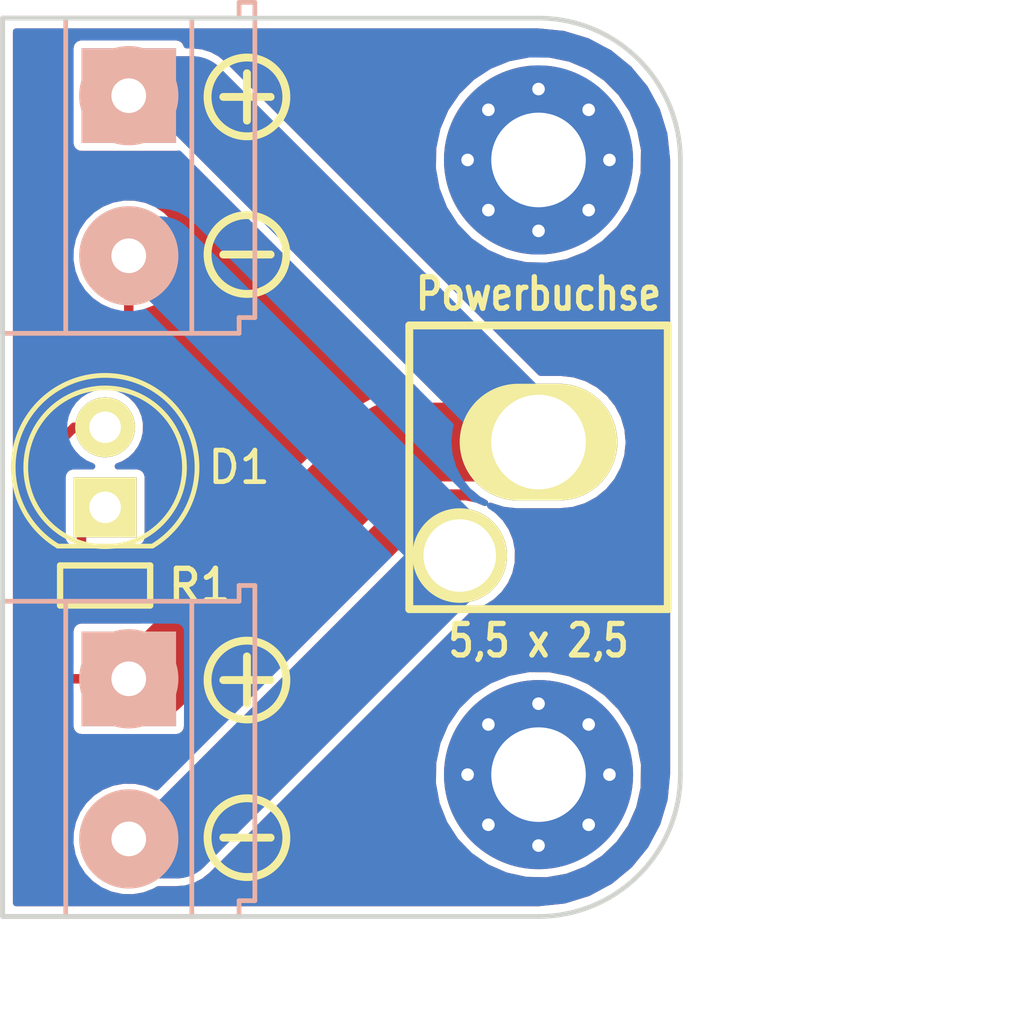
<source format=kicad_pcb>
(kicad_pcb (version 4) (host pcbnew 4.0.1-stable)

  (general
    (links 7)
    (no_connects 0)
    (area 128.875 89.245 167.018334 124.450001)
    (thickness 1.6)
    (drawings 21)
    (tracks 28)
    (zones 0)
    (modules 7)
    (nets 4)
  )

  (page A4)
  (layers
    (0 F.Cu signal)
    (31 B.Cu signal)
    (36 B.SilkS user)
    (37 F.SilkS user)
    (38 B.Mask user)
    (39 F.Mask user)
    (42 Eco1.User user)
    (43 Eco2.User user)
    (44 Edge.Cuts user)
  )

  (setup
    (last_trace_width 0.3)
    (trace_clearance 0.2)
    (zone_clearance 0.25)
    (zone_45_only no)
    (trace_min 0.2)
    (segment_width 0.25)
    (edge_width 0.15)
    (via_size 0.6)
    (via_drill 0.4)
    (via_min_size 0.4)
    (via_min_drill 0.3)
    (uvia_size 0.3)
    (uvia_drill 0.1)
    (uvias_allowed no)
    (uvia_min_size 0.2)
    (uvia_min_drill 0.1)
    (pcb_text_width 0.3)
    (pcb_text_size 1.5 1.5)
    (mod_edge_width 0.15)
    (mod_text_size 1 1)
    (mod_text_width 0.15)
    (pad_size 1.524 1.524)
    (pad_drill 0.762)
    (pad_to_mask_clearance 0)
    (aux_axis_origin 0 0)
    (grid_origin 148.5 105)
    (visible_elements 7FFEFFFF)
    (pcbplotparams
      (layerselection 0x00030_80000001)
      (usegerberextensions false)
      (excludeedgelayer true)
      (linewidth 0.100000)
      (plotframeref false)
      (viasonmask false)
      (mode 1)
      (useauxorigin false)
      (hpglpennumber 1)
      (hpglpenspeed 20)
      (hpglpendiameter 15)
      (hpglpenoverlay 2)
      (psnegative false)
      (psa4output false)
      (plotreference true)
      (plotvalue true)
      (plotinvisibletext false)
      (padsonsilk false)
      (subtractmaskfromsilk false)
      (outputformat 1)
      (mirror false)
      (drillshape 1)
      (scaleselection 1)
      (outputdirectory ""))
  )

  (net 0 "")
  (net 1 "Net-(P1-Pad2)")
  (net 2 "Net-(D1-Pad1)")
  (net 3 "Net-(D1-Pad2)")

  (net_class Default "Dies ist die voreingestellte Netzklasse."
    (clearance 0.2)
    (trace_width 0.3)
    (via_dia 0.6)
    (via_drill 0.4)
    (uvia_dia 0.3)
    (uvia_drill 0.1)
    (add_net "Net-(D1-Pad1)")
    (add_net "Net-(D1-Pad2)")
    (add_net "Net-(P1-Pad2)")
  )

  (module LEDs:LED-5MM (layer F.Cu) (tedit 57669948) (tstamp 5766948C)
    (at 134.75 106.27 90)
    (descr "LED 5mm round vertical")
    (tags "LED 5mm round vertical")
    (path /57669478)
    (fp_text reference D1 (at 1.27 4.25 180) (layer F.SilkS)
      (effects (font (size 1 1) (thickness 0.15)))
    )
    (fp_text value LED (at 1.524 -3.937 90) (layer F.Fab)
      (effects (font (size 1 1) (thickness 0.15)))
    )
    (fp_arc (start 1.27 0) (end -1.23 -1.5) (angle 297.5) (layer F.SilkS) (width 0.15))
    (fp_line (start -1.23 1.5) (end -1.23 -1.5) (layer F.SilkS) (width 0.15))
    (fp_circle (center 1.27 0) (end 0.97 -2.5) (layer F.SilkS) (width 0.15))
    (pad 1 thru_hole rect (at 0 0 180) (size 2 1.9) (drill 1) (layers *.Cu *.Mask F.SilkS)
      (net 2 "Net-(D1-Pad1)"))
    (pad 2 thru_hole circle (at 2.54 0 90) (size 1.9 1.9) (drill 1) (layers *.Cu *.Mask F.SilkS)
      (net 3 "Net-(D1-Pad2)"))
    (model LEDs.3dshapes/LED-5MM.wrl
      (at (xyz 0.05 0 0))
      (scale (xyz 1 1 1))
      (rotate (xyz 0 0 90))
    )
  )

  (module MyPads:M3x6mm_mit_Duko (layer F.Cu) (tedit 5766ADBE) (tstamp 57642210)
    (at 148.5 114.75)
    (fp_text reference M3 (at 0 0) (layer F.SilkS)
      (effects (font (size 1 1) (thickness 0.15)))
    )
    (fp_text value M3x6mm_mit_Duko (at -0.18 -4.88) (layer F.Fab)
      (effects (font (size 1 1) (thickness 0.15)))
    )
    (pad "" thru_hole circle (at 0 0) (size 6 6) (drill 3) (layers *.Cu *.Mask))
    (pad "" thru_hole circle (at -2.25 0) (size 0.4 0.4) (drill 0.4) (layers *.Cu *.Mask))
    (pad "" thru_hole circle (at 2.25 0) (size 0.4 0.4) (drill 0.4) (layers *.Cu *.Mask))
    (pad "" thru_hole circle (at 0 -2.25) (size 0.4 0.4) (drill 0.4) (layers *.Cu *.Mask))
    (pad "" thru_hole circle (at 0 2.25) (size 0.4 0.4) (drill 0.4) (layers *.Cu *.Mask))
    (pad "" thru_hole circle (at -1.5909 -1.5909) (size 0.4 0.4) (drill 0.4) (layers *.Cu *.Mask))
    (pad "" thru_hole circle (at 1.5909 -1.5909) (size 0.4 0.4) (drill 0.4) (layers *.Cu *.Mask))
    (pad "" thru_hole circle (at 1.5909 1.5909) (size 0.4 0.4) (drill 0.4) (layers *.Cu *.Mask))
    (pad "" thru_hole circle (at -1.5909 1.5909) (size 0.4 0.4) (drill 0.4) (layers *.Cu *.Mask))
  )

  (module MyEinbaubuchse:Powerbuchse_5,5x2,5 (layer F.Cu) (tedit 57642440) (tstamp 576419EB)
    (at 148.5 105)
    (path /57642727)
    (fp_text reference P1 (at -6.5 6) (layer F.SilkS) hide
      (effects (font (size 1 1) (thickness 0.15)))
    )
    (fp_text value Powerbuchse (at 0 5.5) (layer F.Fab)
      (effects (font (size 1 1) (thickness 0.15)))
    )
    (fp_line (start -4.1 -4.5) (end 4.1 -4.5) (layer F.SilkS) (width 0.25))
    (fp_line (start 4.1 -4.5) (end 4.1 4.5) (layer F.SilkS) (width 0.25))
    (fp_line (start 4.1 4.5) (end -4.1 4.5) (layer F.SilkS) (width 0.25))
    (fp_line (start -4.1 4.5) (end -4.1 -4.5) (layer F.SilkS) (width 0.25))
    (pad 1 thru_hole oval (at 0 -0.8) (size 5 3.7) (drill 3) (layers *.Cu *.Mask F.SilkS)
      (net 3 "Net-(D1-Pad2)"))
    (pad 2 thru_hole circle (at -2.5 2.8) (size 3 3) (drill 2.3) (layers *.Cu *.Mask F.SilkS)
      (net 1 "Net-(P1-Pad2)"))
  )

  (module MyPads:M3x6mm_mit_Duko (layer F.Cu) (tedit 5766ADC3) (tstamp 57641A0E)
    (at 148.5 95.25)
    (fp_text reference M3 (at 0 0) (layer F.SilkS)
      (effects (font (size 1 1) (thickness 0.15)))
    )
    (fp_text value M3x6mm_mit_Duko (at -0.18 -4.88) (layer F.Fab)
      (effects (font (size 1 1) (thickness 0.15)))
    )
    (pad "" thru_hole circle (at 0 0) (size 6 6) (drill 3) (layers *.Cu *.Mask))
    (pad "" thru_hole circle (at -2.25 0) (size 0.4 0.4) (drill 0.4) (layers *.Cu *.Mask))
    (pad "" thru_hole circle (at 2.25 0) (size 0.4 0.4) (drill 0.4) (layers *.Cu *.Mask))
    (pad "" thru_hole circle (at 0 -2.25) (size 0.4 0.4) (drill 0.4) (layers *.Cu *.Mask))
    (pad "" thru_hole circle (at 0 2.25) (size 0.4 0.4) (drill 0.4) (layers *.Cu *.Mask))
    (pad "" thru_hole circle (at -1.5909 -1.5909) (size 0.4 0.4) (drill 0.4) (layers *.Cu *.Mask))
    (pad "" thru_hole circle (at 1.5909 -1.5909) (size 0.4 0.4) (drill 0.4) (layers *.Cu *.Mask))
    (pad "" thru_hole circle (at 1.5909 1.5909) (size 0.4 0.4) (drill 0.4) (layers *.Cu *.Mask))
    (pad "" thru_hole circle (at -1.5909 1.5909) (size 0.4 0.4) (drill 0.4) (layers *.Cu *.Mask))
  )

  (module MyWiderstand_SMD:R_0603 (layer F.Cu) (tedit 5766AE88) (tstamp 57669492)
    (at 134.75 108.75)
    (descr "Resistor SMD 0603, reflow soldering, Vishay (see dcrcw.pdf)")
    (tags "resistor 0603")
    (path /57669433)
    (attr smd)
    (fp_text reference R1 (at 3 0) (layer F.SilkS)
      (effects (font (size 1 1) (thickness 0.17)))
    )
    (fp_text value 680 (at 2.921 0) (layer F.Fab)
      (effects (font (size 1 1) (thickness 0.17)))
    )
    (fp_line (start -1.42875 -0.635) (end 1.42875 -0.635) (layer F.SilkS) (width 0.2))
    (fp_line (start 1.42875 -0.635) (end 1.42875 0.635) (layer F.SilkS) (width 0.2))
    (fp_line (start 1.42875 0.635) (end -1.42875 0.635) (layer F.SilkS) (width 0.2))
    (fp_line (start -1.42875 0.635) (end -1.42875 -0.635) (layer F.SilkS) (width 0.2))
    (pad 1 smd rect (at -0.75 0) (size 0.9 0.9) (layers F.Cu F.Mask)
      (net 2 "Net-(D1-Pad1)"))
    (pad 2 smd rect (at 0.75 0) (size 0.9 0.9) (layers F.Cu F.Mask)
      (net 1 "Net-(P1-Pad2)"))
    (model Resistors_SMD.3dshapes/R_0603.wrl
      (at (xyz 0 0 0))
      (scale (xyz 1 1 1))
      (rotate (xyz 0 0 0))
    )
  )

  (module MyAKlemme:AKL_RM5_2pol (layer B.Cu) (tedit 5766AEE4) (tstamp 576694DF)
    (at 135.5 95.75 270)
    (path /57642769)
    (fp_text reference P2 (at 0 -5.5 360) (layer B.SilkS) hide
      (effects (font (size 1 1) (thickness 0.15)) (justify mirror))
    )
    (fp_text value Powerpad (at -2 5.5 270) (layer B.Fab)
      (effects (font (size 1 1) (thickness 0.15)) (justify mirror))
    )
    (fp_line (start 5 -3.5) (end 5 4) (layer B.SilkS) (width 0.15))
    (fp_line (start 4.5 -4) (end -5 -4) (layer B.SilkS) (width 0.15))
    (fp_line (start 4.5 -4) (end 4.5 -3.5) (layer B.SilkS) (width 0.15))
    (fp_line (start 4.5 -3.5) (end 5 -3.5) (layer B.SilkS) (width 0.15))
    (fp_line (start -5 -3.5) (end -5 4) (layer B.SilkS) (width 0.15))
    (fp_line (start -5 -4) (end -5.5 -4) (layer B.SilkS) (width 0.15))
    (fp_line (start -5.5 -4) (end -5.5 -3.5) (layer B.SilkS) (width 0.15))
    (fp_line (start -5.5 -3.5) (end -5 -3.5) (layer B.SilkS) (width 0.15))
    (fp_line (start -5 -2) (end 5 -2) (layer B.SilkS) (width 0.15))
    (fp_line (start -5 2) (end 5 2) (layer B.SilkS) (width 0.15))
    (fp_circle (center 2.54 0) (end 2.54 1.5) (layer B.SilkS) (width 0.15))
    (fp_circle (center -2.54 0) (end -2.54 1.5) (layer B.SilkS) (width 0.15))
    (fp_line (start -5 4) (end 5 4) (layer B.SilkS) (width 0.15))
    (pad 1 thru_hole rect (at -2.54 0 270) (size 3 3) (drill 1.1) (layers *.Cu *.Mask B.SilkS)
      (net 3 "Net-(D1-Pad2)"))
    (pad 2 thru_hole circle (at 2.54 0 270) (size 3 3) (drill 1.1) (layers *.Cu *.Mask B.SilkS)
      (net 1 "Net-(P1-Pad2)"))
  )

  (module MyAKlemme:AKL_RM5_2pol (layer B.Cu) (tedit 5766AED8) (tstamp 576694E5)
    (at 135.5 114.25 270)
    (path /5764287E)
    (fp_text reference P3 (at 0 -5.5 360) (layer B.SilkS) hide
      (effects (font (size 1 1) (thickness 0.15)) (justify mirror))
    )
    (fp_text value Powerpad (at -2 5.5 270) (layer B.Fab)
      (effects (font (size 1 1) (thickness 0.15)) (justify mirror))
    )
    (fp_line (start 5 -3.5) (end 5 4) (layer B.SilkS) (width 0.15))
    (fp_line (start 4.5 -4) (end -5 -4) (layer B.SilkS) (width 0.15))
    (fp_line (start 4.5 -4) (end 4.5 -3.5) (layer B.SilkS) (width 0.15))
    (fp_line (start 4.5 -3.5) (end 5 -3.5) (layer B.SilkS) (width 0.15))
    (fp_line (start -5 -3.5) (end -5 4) (layer B.SilkS) (width 0.15))
    (fp_line (start -5 -4) (end -5.5 -4) (layer B.SilkS) (width 0.15))
    (fp_line (start -5.5 -4) (end -5.5 -3.5) (layer B.SilkS) (width 0.15))
    (fp_line (start -5.5 -3.5) (end -5 -3.5) (layer B.SilkS) (width 0.15))
    (fp_line (start -5 -2) (end 5 -2) (layer B.SilkS) (width 0.15))
    (fp_line (start -5 2) (end 5 2) (layer B.SilkS) (width 0.15))
    (fp_circle (center 2.54 0) (end 2.54 1.5) (layer B.SilkS) (width 0.15))
    (fp_circle (center -2.54 0) (end -2.54 1.5) (layer B.SilkS) (width 0.15))
    (fp_line (start -5 4) (end 5 4) (layer B.SilkS) (width 0.15))
    (pad 1 thru_hole rect (at -2.54 0 270) (size 3 3) (drill 1.1) (layers *.Cu *.Mask B.SilkS)
      (net 3 "Net-(D1-Pad2)"))
    (pad 2 thru_hole circle (at 2.54 0 270) (size 3 3) (drill 1.1) (layers *.Cu *.Mask B.SilkS)
      (net 1 "Net-(P1-Pad2)"))
  )

  (dimension 21.5 (width 0.17) (layer Eco2.User)
    (gr_text "21,500 mm" (at 142.25 123.1) (layer Eco2.User)
      (effects (font (size 1 1) (thickness 0.17)))
    )
    (feature1 (pts (xy 153 119.25) (xy 153 124.45)))
    (feature2 (pts (xy 131.5 119.25) (xy 131.5 124.45)))
    (crossbar (pts (xy 131.5 121.75) (xy 153 121.75)))
    (arrow1a (pts (xy 153 121.75) (xy 151.873496 122.336421)))
    (arrow1b (pts (xy 153 121.75) (xy 151.873496 121.163579)))
    (arrow2a (pts (xy 131.5 121.75) (xy 132.626504 122.336421)))
    (arrow2b (pts (xy 131.5 121.75) (xy 132.626504 121.163579)))
  )
  (gr_line (start 139.25 111) (end 139.25 112.5) (angle 90) (layer F.SilkS) (width 0.25))
  (gr_line (start 138.5 111.75) (end 140 111.75) (angle 90) (layer F.SilkS) (width 0.25))
  (gr_line (start 138.5 116.75) (end 140 116.75) (angle 90) (layer F.SilkS) (width 0.25))
  (gr_circle (center 139.25 116.75) (end 138 116.75) (layer F.SilkS) (width 0.25))
  (gr_circle (center 139.25 111.75) (end 138 111.75) (layer F.SilkS) (width 0.25))
  (gr_circle (center 139.25 98.25) (end 139.25 97) (layer F.SilkS) (width 0.25))
  (gr_circle (center 139.25 93.25) (end 139.25 92) (layer F.SilkS) (width 0.25))
  (gr_line (start 138.5 98.25) (end 140 98.25) (angle 90) (layer F.SilkS) (width 0.25))
  (gr_line (start 138.5 93.25) (end 140 93.25) (angle 90) (layer F.SilkS) (width 0.25))
  (gr_line (start 139.25 92.5) (end 139.25 94) (angle 90) (layer F.SilkS) (width 0.25))
  (dimension 28.5 (width 0.17) (layer Eco2.User)
    (gr_text "28,500 mm" (at 162.6 105 270) (layer Eco2.User)
      (effects (font (size 1 1) (thickness 0.17)))
    )
    (feature1 (pts (xy 148.5 119.25) (xy 163.95 119.25)))
    (feature2 (pts (xy 148.5 90.75) (xy 163.95 90.75)))
    (crossbar (pts (xy 161.25 90.75) (xy 161.25 119.25)))
    (arrow1a (pts (xy 161.25 119.25) (xy 160.663579 118.123496)))
    (arrow1b (pts (xy 161.25 119.25) (xy 161.836421 118.123496)))
    (arrow2a (pts (xy 161.25 90.75) (xy 160.663579 91.876504)))
    (arrow2b (pts (xy 161.25 90.75) (xy 161.836421 91.876504)))
  )
  (dimension 19.5 (width 0.17) (layer Eco2.User)
    (gr_text "19,500 mm" (at 157.35 105 270) (layer Eco2.User)
      (effects (font (size 1 1) (thickness 0.17)))
    )
    (feature1 (pts (xy 148.5 114.75) (xy 158.7 114.75)))
    (feature2 (pts (xy 148.5 95.25) (xy 158.7 95.25)))
    (crossbar (pts (xy 156 95.25) (xy 156 114.75)))
    (arrow1a (pts (xy 156 114.75) (xy 155.413579 113.623496)))
    (arrow1b (pts (xy 156 114.75) (xy 156.586421 113.623496)))
    (arrow2a (pts (xy 156 95.25) (xy 155.413579 96.376504)))
    (arrow2b (pts (xy 156 95.25) (xy 156.586421 96.376504)))
  )
  (gr_line (start 131.5 90.75) (end 148.5 90.75) (angle 90) (layer Edge.Cuts) (width 0.15))
  (gr_line (start 131.5 119.25) (end 131.5 90.75) (angle 90) (layer Edge.Cuts) (width 0.15))
  (gr_line (start 148.5 119.25) (end 131.5 119.25) (angle 90) (layer Edge.Cuts) (width 0.15))
  (gr_line (start 153 95.25) (end 153 114.75) (angle 90) (layer Edge.Cuts) (width 0.15))
  (gr_arc (start 148.5 95.25) (end 148.5 90.75) (angle 90) (layer Edge.Cuts) (width 0.15))
  (gr_arc (start 148.5 114.75) (end 153 114.75) (angle 90) (layer Edge.Cuts) (width 0.15))
  (gr_text "5,5 x 2,5" (at 148.5 110.5) (layer F.SilkS)
    (effects (font (size 1 0.8) (thickness 0.17)))
  )
  (gr_text Powerbuchse (at 148.5 99.5) (layer F.SilkS)
    (effects (font (size 1 0.8) (thickness 0.17)))
  )

  (segment (start 135.5 108.75) (end 136 108.75) (width 0.3) (layer F.Cu) (net 1))
  (segment (start 136 108.75) (end 137 107.75) (width 0.3) (layer F.Cu) (net 1) (tstamp 5766ADAC))
  (segment (start 137 107.75) (end 137 102.25) (width 0.3) (layer F.Cu) (net 1) (tstamp 5766ADAD))
  (segment (start 137 102.25) (end 135.5 100.75) (width 0.3) (layer F.Cu) (net 1) (tstamp 5766ADAE))
  (segment (start 135.5 100.75) (end 135.5 98.29) (width 0.3) (layer F.Cu) (net 1) (tstamp 5766ADB1))
  (segment (start 135.5 116.79) (end 137.01 116.79) (width 2.5) (layer B.Cu) (net 1))
  (segment (start 137.01 116.79) (end 146 107.8) (width 2.5) (layer B.Cu) (net 1) (tstamp 5766AD82))
  (segment (start 135.5 116.79) (end 137.01 116.79) (width 2.5) (layer F.Cu) (net 1))
  (segment (start 137.01 116.79) (end 146 107.8) (width 2.5) (layer F.Cu) (net 1) (tstamp 5766AD20))
  (segment (start 135.5 98.29) (end 136.49 98.29) (width 2.5) (layer B.Cu) (net 1))
  (segment (start 136.49 98.29) (end 146 107.8) (width 2.5) (layer B.Cu) (net 1) (tstamp 5766AD3E))
  (segment (start 145.74 107.54) (end 146 107.8) (width 2.5) (layer B.Cu) (net 1) (tstamp 5764230B))
  (segment (start 146 107.8) (end 146 108) (width 2.5) (layer F.Cu) (net 1))
  (segment (start 145.74 107.54) (end 146 107.8) (width 2.5) (layer F.Cu) (net 1) (tstamp 576422E2))
  (segment (start 134 108.75) (end 134 107.02) (width 0.3) (layer F.Cu) (net 2))
  (segment (start 134 107.02) (end 134.75 106.27) (width 0.3) (layer F.Cu) (net 2) (tstamp 5766AD92))
  (segment (start 134.75 103.73) (end 133.77 103.73) (width 0.3) (layer F.Cu) (net 3))
  (segment (start 133.77 103.73) (end 132.75 104.75) (width 0.3) (layer F.Cu) (net 3) (tstamp 5766AD97))
  (segment (start 132.75 104.75) (end 132.75 111) (width 0.3) (layer F.Cu) (net 3) (tstamp 5766AD9A))
  (segment (start 132.75 111) (end 133.46 111.71) (width 0.3) (layer F.Cu) (net 3) (tstamp 5766AD9C))
  (segment (start 133.46 111.71) (end 135.5 111.71) (width 0.3) (layer F.Cu) (net 3) (tstamp 5766AD9D))
  (segment (start 135.5 93.21) (end 137.51 93.21) (width 2.5) (layer F.Cu) (net 3))
  (segment (start 137.51 93.21) (end 148.5 104.2) (width 2.5) (layer F.Cu) (net 3) (tstamp 5766AD7E))
  (segment (start 135.5 93.21) (end 137.51 93.21) (width 2.5) (layer B.Cu) (net 3))
  (segment (start 137.51 93.21) (end 148.5 104.2) (width 2.5) (layer B.Cu) (net 3) (tstamp 5766AD6E))
  (segment (start 135.5 111.71) (end 136.29 111.71) (width 2.5) (layer F.Cu) (net 3))
  (segment (start 136.29 111.71) (end 143.8 104.2) (width 2.5) (layer F.Cu) (net 3) (tstamp 5766AD25))
  (segment (start 143.8 104.2) (end 148.5 104.2) (width 2.5) (layer F.Cu) (net 3) (tstamp 5766AD26))

  (zone (net 0) (net_name "") (layer F.Cu) (tstamp 5766AE30) (hatch edge 0.508)
    (connect_pads no (clearance 0.25))
    (min_thickness 0.2)
    (fill yes (arc_segments 32) (thermal_gap 0.508) (thermal_bridge_width 0.508))
    (polygon
      (pts
        (xy 150.25 91.25) (xy 152 92.25) (xy 152.75 93.75) (xy 153 95.75) (xy 153 114.75)
        (xy 152.75 116) (xy 152 117.5) (xy 150.75 118.5) (xy 149.75 119) (xy 148.5 119.25)
        (xy 131.5 119.25) (xy 131.5 90.75) (xy 148.5 90.75) (xy 150.25 91.25)
      )
    )
    (filled_polygon
      (pts
        (xy 149.291109 91.254607) (xy 150.052086 91.484359) (xy 150.753943 91.857543) (xy 151.36995 92.359947) (xy 151.876637 92.972427)
        (xy 152.254714 93.671666) (xy 152.489773 94.431015) (xy 152.574968 95.241604) (xy 152.575 95.250631) (xy 152.575 114.72921)
        (xy 152.495392 115.54111) (xy 152.265641 116.302085) (xy 151.892457 117.003943) (xy 151.390054 117.619949) (xy 150.777573 118.126637)
        (xy 150.078334 118.504714) (xy 149.318985 118.739773) (xy 148.508396 118.824968) (xy 148.499369 118.825) (xy 131.925 118.825)
        (xy 131.925 104.75) (xy 132.25 104.75) (xy 132.25 111) (xy 132.254505 111.045944) (xy 132.258532 111.091976)
        (xy 132.259265 111.094501) (xy 132.259522 111.097117) (xy 132.272869 111.141323) (xy 132.285757 111.185684) (xy 132.286967 111.188019)
        (xy 132.287727 111.190535) (xy 132.309394 111.231285) (xy 132.330664 111.27232) (xy 132.332306 111.274376) (xy 132.333539 111.276696)
        (xy 132.362728 111.312485) (xy 132.391545 111.348582) (xy 132.395152 111.35224) (xy 132.395215 111.352317) (xy 132.395286 111.352376)
        (xy 132.396447 111.353553) (xy 133.106447 112.063554) (xy 133.142148 112.09288) (xy 133.177516 112.122557) (xy 133.179819 112.123823)
        (xy 133.181852 112.125493) (xy 133.22256 112.14732) (xy 133.263029 112.169568) (xy 133.265536 112.170363) (xy 133.267852 112.171605)
        (xy 133.312015 112.185107) (xy 133.356044 112.199074) (xy 133.358655 112.199367) (xy 133.361171 112.200136) (xy 133.407147 112.204806)
        (xy 133.453019 112.209951) (xy 133.458157 112.209987) (xy 133.458255 112.209997) (xy 133.458346 112.209988) (xy 133.46 112.21)
        (xy 133.648307 112.21) (xy 133.648307 113.21) (xy 133.652752 113.265736) (xy 133.682027 113.360271) (xy 133.73648 113.442906)
        (xy 133.8118 113.5071) (xy 133.902021 113.547769) (xy 134 113.561693) (xy 137 113.561693) (xy 137.055736 113.557248)
        (xy 137.150271 113.527973) (xy 137.232906 113.47352) (xy 137.2971 113.3982) (xy 137.337769 113.307979) (xy 137.351693 113.21)
        (xy 137.351693 112.899982) (xy 137.405464 112.857057) (xy 137.417175 112.845509) (xy 137.417415 112.845313) (xy 137.417599 112.845091)
        (xy 137.421371 112.841371) (xy 144.462742 105.8) (xy 146.336758 105.8) (xy 146.593283 106.01525) (xy 146.803894 106.131034)
        (xy 146.549707 106.024184) (xy 146.194313 105.951233) (xy 145.831518 105.9487) (xy 145.831386 105.948725) (xy 145.745585 105.94001)
        (xy 145.434706 105.969396) (xy 145.135455 106.058607) (xy 144.859231 106.204243) (xy 144.616555 106.400758) (xy 144.416671 106.640666)
        (xy 144.267192 106.914831) (xy 144.173812 107.212806) (xy 144.155453 107.381805) (xy 136.382979 115.154279) (xy 136.049707 115.014184)
        (xy 135.694313 114.941233) (xy 135.331518 114.9387) (xy 134.975141 115.006682) (xy 134.638755 115.142591) (xy 134.335174 115.341249)
        (xy 134.075961 115.595089) (xy 133.870989 115.894444) (xy 133.728065 116.227909) (xy 133.652634 116.582785) (xy 133.647569 116.945553)
        (xy 133.713062 117.302396) (xy 133.846619 117.639723) (xy 134.043152 117.944683) (xy 134.295177 118.205662) (xy 134.593093 118.412719)
        (xy 134.925553 118.557967) (xy 135.279893 118.635874) (xy 135.642617 118.643472) (xy 135.999909 118.580472) (xy 136.338159 118.449273)
        (xy 136.431558 118.39) (xy 137.01 118.39) (xy 137.157066 118.37558) (xy 137.304323 118.362697) (xy 137.312406 118.360349)
        (xy 137.320775 118.359528) (xy 137.462204 118.316828) (xy 137.604189 118.275578) (xy 137.61166 118.271705) (xy 137.619713 118.269274)
        (xy 137.750195 118.199895) (xy 137.881422 118.131873) (xy 137.887998 118.126624) (xy 137.895426 118.122674) (xy 138.00996 118.029263)
        (xy 138.125464 117.937057) (xy 138.137175 117.925509) (xy 138.137415 117.925313) (xy 138.137599 117.925091) (xy 138.141371 117.921371)
        (xy 141.031065 115.031677) (xy 145.145597 115.031677) (xy 145.264192 115.677853) (xy 145.506039 116.288687) (xy 145.861924 116.840913)
        (xy 146.318293 117.313497) (xy 146.857762 117.688438) (xy 147.459784 117.951455) (xy 148.101427 118.092529) (xy 148.758252 118.106288)
        (xy 149.40524 117.992207) (xy 150.017748 117.75463) (xy 150.572445 117.402609) (xy 151.048204 116.94955) (xy 151.426902 116.412712)
        (xy 151.694115 115.812541) (xy 151.839665 115.171898) (xy 151.850143 114.421516) (xy 151.722538 113.777059) (xy 151.472186 113.169661)
        (xy 151.108625 112.622457) (xy 150.645702 112.156291) (xy 150.10105 111.788919) (xy 149.495415 111.534333) (xy 148.851865 111.402231)
        (xy 148.194912 111.397645) (xy 147.54958 111.520749) (xy 146.940449 111.766854) (xy 146.390721 112.126586) (xy 145.921334 112.586243)
        (xy 145.550169 113.128316) (xy 145.291361 113.73216) (xy 145.154769 114.374772) (xy 145.145597 115.031677) (xy 141.031065 115.031677)
        (xy 146.466353 109.596389) (xy 146.499909 109.590472) (xy 146.838159 109.459273) (xy 147.144485 109.264873) (xy 147.407217 109.014677)
        (xy 147.616348 108.718214) (xy 147.763914 108.386776) (xy 147.844293 108.032988) (xy 147.850079 107.618598) (xy 147.77961 107.262704)
        (xy 147.641356 106.927275) (xy 147.440584 106.625088) (xy 147.18494 106.367654) (xy 146.967414 106.22093) (xy 146.969538 106.222098)
        (xy 147.378804 106.351925) (xy 147.805493 106.399786) (xy 147.83621 106.4) (xy 149.16379 106.4) (xy 149.591106 106.358101)
        (xy 150.002145 106.234001) (xy 150.381251 106.032427) (xy 150.713985 105.761056) (xy 150.987673 105.430224) (xy 151.191889 105.052534)
        (xy 151.318856 104.642371) (xy 151.363736 104.215359) (xy 151.324822 103.787761) (xy 151.203594 103.375865) (xy 151.004671 102.995361)
        (xy 150.73563 102.660741) (xy 150.406717 102.38475) (xy 150.030462 102.177902) (xy 149.621196 102.048075) (xy 149.194507 102.000214)
        (xy 149.16379 102) (xy 148.562742 102) (xy 142.094419 95.531677) (xy 145.145597 95.531677) (xy 145.264192 96.177853)
        (xy 145.506039 96.788687) (xy 145.861924 97.340913) (xy 146.318293 97.813497) (xy 146.857762 98.188438) (xy 147.459784 98.451455)
        (xy 148.101427 98.592529) (xy 148.758252 98.606288) (xy 149.40524 98.492207) (xy 150.017748 98.25463) (xy 150.572445 97.902609)
        (xy 151.048204 97.44955) (xy 151.426902 96.912712) (xy 151.694115 96.312541) (xy 151.839665 95.671898) (xy 151.850143 94.921516)
        (xy 151.722538 94.277059) (xy 151.472186 93.669661) (xy 151.108625 93.122457) (xy 150.645702 92.656291) (xy 150.10105 92.288919)
        (xy 149.495415 92.034333) (xy 148.851865 91.902231) (xy 148.194912 91.897645) (xy 147.54958 92.020749) (xy 146.940449 92.266854)
        (xy 146.390721 92.626586) (xy 145.921334 93.086243) (xy 145.550169 93.628316) (xy 145.291361 94.23216) (xy 145.154769 94.874772)
        (xy 145.145597 95.531677) (xy 142.094419 95.531677) (xy 138.641371 92.078629) (xy 138.527151 91.984808) (xy 138.413947 91.889818)
        (xy 138.406573 91.885764) (xy 138.400073 91.880425) (xy 138.26984 91.810594) (xy 138.140307 91.739383) (xy 138.132287 91.736839)
        (xy 138.124872 91.732863) (xy 137.98352 91.689647) (xy 137.842659 91.644964) (xy 137.834299 91.644026) (xy 137.826252 91.641566)
        (xy 137.679207 91.62663) (xy 137.532339 91.610156) (xy 137.515892 91.610041) (xy 137.515585 91.61001) (xy 137.515299 91.610037)
        (xy 137.51 91.61) (xy 137.333541 91.61) (xy 137.317973 91.559729) (xy 137.26352 91.477094) (xy 137.1882 91.4129)
        (xy 137.097979 91.372231) (xy 137 91.358307) (xy 134 91.358307) (xy 133.944264 91.362752) (xy 133.849729 91.392027)
        (xy 133.767094 91.44648) (xy 133.7029 91.5218) (xy 133.662231 91.612021) (xy 133.648307 91.71) (xy 133.648307 94.71)
        (xy 133.652752 94.765736) (xy 133.682027 94.860271) (xy 133.73648 94.942906) (xy 133.8118 95.0071) (xy 133.902021 95.047769)
        (xy 134 95.061693) (xy 137 95.061693) (xy 137.055736 95.057248) (xy 137.085339 95.048081) (xy 144.637258 102.6)
        (xy 143.8 102.6) (xy 143.65293 102.61442) (xy 143.505678 102.627303) (xy 143.497595 102.629651) (xy 143.489225 102.630472)
        (xy 143.347784 102.673175) (xy 143.205811 102.714422) (xy 143.19834 102.718295) (xy 143.190287 102.720726) (xy 143.059805 102.790105)
        (xy 142.928578 102.858127) (xy 142.922002 102.863376) (xy 142.914574 102.867326) (xy 142.80004 102.960737) (xy 142.684536 103.052943)
        (xy 142.672825 103.064491) (xy 142.672585 103.064687) (xy 142.672401 103.064909) (xy 142.668629 103.068629) (xy 135.878951 109.858307)
        (xy 134 109.858307) (xy 133.944264 109.862752) (xy 133.849729 109.892027) (xy 133.767094 109.94648) (xy 133.7029 110.0218)
        (xy 133.662231 110.112021) (xy 133.648307 110.21) (xy 133.648307 111.1912) (xy 133.25 110.792894) (xy 133.25 109.377546)
        (xy 133.28648 109.432906) (xy 133.3618 109.4971) (xy 133.452021 109.537769) (xy 133.55 109.551693) (xy 134.45 109.551693)
        (xy 134.505736 109.547248) (xy 134.600271 109.517973) (xy 134.682906 109.46352) (xy 134.7471 109.3882) (xy 134.75113 109.37926)
        (xy 134.78648 109.432906) (xy 134.8618 109.4971) (xy 134.952021 109.537769) (xy 135.05 109.551693) (xy 135.95 109.551693)
        (xy 136.005736 109.547248) (xy 136.100271 109.517973) (xy 136.182906 109.46352) (xy 136.2471 109.3882) (xy 136.287769 109.297979)
        (xy 136.301693 109.2) (xy 136.301693 109.146074) (xy 136.312485 109.137272) (xy 136.348582 109.108455) (xy 136.35224 109.104848)
        (xy 136.352317 109.104785) (xy 136.352376 109.104714) (xy 136.353553 109.103553) (xy 137.353554 108.103553) (xy 137.38288 108.067852)
        (xy 137.412557 108.032484) (xy 137.413823 108.030181) (xy 137.415493 108.028148) (xy 137.43731 107.987459) (xy 137.459568 107.946971)
        (xy 137.460364 107.944461) (xy 137.461605 107.942147) (xy 137.475099 107.898011) (xy 137.489074 107.853956) (xy 137.489367 107.851343)
        (xy 137.490136 107.848828) (xy 137.494805 107.802858) (xy 137.499951 107.756981) (xy 137.499987 107.751843) (xy 137.499997 107.751745)
        (xy 137.499988 107.751654) (xy 137.5 107.75) (xy 137.5 102.25) (xy 137.495491 102.204011) (xy 137.491468 102.158024)
        (xy 137.490735 102.155499) (xy 137.490478 102.152883) (xy 137.477131 102.108677) (xy 137.464243 102.064316) (xy 137.463033 102.061981)
        (xy 137.462273 102.059465) (xy 137.440585 102.018675) (xy 137.419335 101.97768) (xy 137.417696 101.975627) (xy 137.416461 101.973304)
        (xy 137.38727 101.937512) (xy 137.358455 101.901417) (xy 137.354843 101.897754) (xy 137.354785 101.897683) (xy 137.354719 101.897628)
        (xy 137.353553 101.896446) (xy 136 100.542894) (xy 136 100.080437) (xy 136.338159 99.949273) (xy 136.644485 99.754873)
        (xy 136.907217 99.504677) (xy 137.116348 99.208214) (xy 137.263914 98.876776) (xy 137.344293 98.522988) (xy 137.350079 98.108598)
        (xy 137.27961 97.752704) (xy 137.141356 97.417275) (xy 136.940584 97.115088) (xy 136.68494 96.857654) (xy 136.384162 96.654776)
        (xy 136.049707 96.514184) (xy 135.694313 96.441233) (xy 135.331518 96.4387) (xy 134.975141 96.506682) (xy 134.638755 96.642591)
        (xy 134.335174 96.841249) (xy 134.075961 97.095089) (xy 133.870989 97.394444) (xy 133.728065 97.727909) (xy 133.652634 98.082785)
        (xy 133.647569 98.445553) (xy 133.713062 98.802396) (xy 133.846619 99.139723) (xy 134.043152 99.444683) (xy 134.295177 99.705662)
        (xy 134.593093 99.912719) (xy 134.925553 100.057967) (xy 135 100.074335) (xy 135 100.75) (xy 135.004505 100.795944)
        (xy 135.008532 100.841976) (xy 135.009265 100.844501) (xy 135.009522 100.847117) (xy 135.022869 100.891323) (xy 135.035757 100.935684)
        (xy 135.036967 100.938019) (xy 135.037727 100.940535) (xy 135.059394 100.981285) (xy 135.080664 101.02232) (xy 135.082306 101.024376)
        (xy 135.083539 101.026696) (xy 135.112728 101.062485) (xy 135.141545 101.098582) (xy 135.145152 101.10224) (xy 135.145215 101.102317)
        (xy 135.145286 101.102376) (xy 135.146447 101.103553) (xy 136.5 102.457107) (xy 136.5 107.542893) (xy 136.070507 107.972386)
        (xy 136.047979 107.962231) (xy 135.95 107.948307) (xy 135.05 107.948307) (xy 134.994264 107.952752) (xy 134.899729 107.982027)
        (xy 134.817094 108.03648) (xy 134.7529 108.1118) (xy 134.74887 108.12074) (xy 134.71352 108.067094) (xy 134.6382 108.0029)
        (xy 134.547979 107.962231) (xy 134.5 107.955413) (xy 134.5 107.571693) (xy 135.75 107.571693) (xy 135.805736 107.567248)
        (xy 135.900271 107.537973) (xy 135.982906 107.48352) (xy 136.0471 107.4082) (xy 136.087769 107.317979) (xy 136.101693 107.22)
        (xy 136.101693 105.32) (xy 136.097248 105.264264) (xy 136.067973 105.169729) (xy 136.01352 105.087094) (xy 135.9382 105.0229)
        (xy 135.847979 104.982231) (xy 135.75 104.968307) (xy 135.152497 104.968307) (xy 135.338977 104.895976) (xy 135.554232 104.759371)
        (xy 135.738855 104.583557) (xy 135.885813 104.375231) (xy 135.989507 104.142329) (xy 136.04599 103.893722) (xy 136.050056 103.602528)
        (xy 136.000537 103.352441) (xy 135.903386 103.116734) (xy 135.762302 102.904386) (xy 135.582661 102.723486) (xy 135.371303 102.580924)
        (xy 135.13628 102.482129) (xy 134.886544 102.430866) (xy 134.631608 102.429086) (xy 134.38118 102.476858) (xy 134.144801 102.572361)
        (xy 133.931474 102.711959) (xy 133.749324 102.890333) (xy 133.605289 103.10069) (xy 133.520325 103.298926) (xy 133.497681 103.310664)
        (xy 133.495626 103.312304) (xy 133.493304 103.313539) (xy 133.457494 103.342746) (xy 133.421418 103.371545) (xy 133.417756 103.375156)
        (xy 133.417683 103.375215) (xy 133.417627 103.375282) (xy 133.416447 103.376446) (xy 132.396447 104.396447) (xy 132.367168 104.432092)
        (xy 132.337443 104.467516) (xy 132.336175 104.469823) (xy 132.334508 104.471852) (xy 132.312701 104.512521) (xy 132.290432 104.553029)
        (xy 132.289637 104.555536) (xy 132.288395 104.557852) (xy 132.274893 104.602015) (xy 132.260926 104.646044) (xy 132.260633 104.648655)
        (xy 132.259864 104.651171) (xy 132.255194 104.697147) (xy 132.250049 104.743019) (xy 132.250013 104.748157) (xy 132.250003 104.748255)
        (xy 132.250012 104.748346) (xy 132.25 104.75) (xy 131.925 104.75) (xy 131.925 91.175) (xy 148.47921 91.175)
      )
    )
    (filled_polygon
      (pts
        (xy 133.726269 104.541399) (xy 133.903367 104.72479) (xy 134.112714 104.870289) (xy 134.337066 104.968307) (xy 133.75 104.968307)
        (xy 133.694264 104.972752) (xy 133.599729 105.002027) (xy 133.517094 105.05648) (xy 133.4529 105.1318) (xy 133.412231 105.222021)
        (xy 133.398307 105.32) (xy 133.398307 107.22) (xy 133.402752 107.275736) (xy 133.432027 107.370271) (xy 133.48648 107.452906)
        (xy 133.5 107.464429) (xy 133.5 107.952295) (xy 133.494264 107.952752) (xy 133.399729 107.982027) (xy 133.317094 108.03648)
        (xy 133.2529 108.1118) (xy 133.25 108.118233) (xy 133.25 104.957106) (xy 133.702535 104.504571)
      )
    )
  )
  (zone (net 0) (net_name "") (layer B.Cu) (tstamp 5766AEB2) (hatch edge 0.508)
    (connect_pads no (clearance 0.25))
    (min_thickness 0.2)
    (fill yes (arc_segments 32) (thermal_gap 0.508) (thermal_bridge_width 0.508))
    (polygon
      (pts
        (xy 150.25 91.25) (xy 151.75 92.25) (xy 153 94.5) (xy 153 114.75) (xy 152.5 117)
        (xy 150.75 118.75) (xy 148.5 119.25) (xy 131.5 119.25) (xy 131.5 90.75) (xy 148.5 90.75)
        (xy 150.25 91.25)
      )
    )
    (filled_polygon
      (pts
        (xy 149.291109 91.254607) (xy 150.052086 91.484359) (xy 150.753943 91.857543) (xy 151.36995 92.359947) (xy 151.876637 92.972427)
        (xy 152.254714 93.671666) (xy 152.489773 94.431015) (xy 152.574968 95.241604) (xy 152.575 95.250631) (xy 152.575 114.72921)
        (xy 152.495392 115.54111) (xy 152.265641 116.302085) (xy 151.892457 117.003943) (xy 151.390054 117.619949) (xy 150.777573 118.126637)
        (xy 150.078334 118.504714) (xy 149.318985 118.739773) (xy 148.508396 118.824968) (xy 148.499369 118.825) (xy 131.925 118.825)
        (xy 131.925 110.21) (xy 133.648307 110.21) (xy 133.648307 113.21) (xy 133.652752 113.265736) (xy 133.682027 113.360271)
        (xy 133.73648 113.442906) (xy 133.8118 113.5071) (xy 133.902021 113.547769) (xy 134 113.561693) (xy 137 113.561693)
        (xy 137.055736 113.557248) (xy 137.150271 113.527973) (xy 137.232906 113.47352) (xy 137.2971 113.3982) (xy 137.337769 113.307979)
        (xy 137.351693 113.21) (xy 137.351693 110.21) (xy 137.347248 110.154264) (xy 137.317973 110.059729) (xy 137.26352 109.977094)
        (xy 137.1882 109.9129) (xy 137.097979 109.872231) (xy 137 109.858307) (xy 134 109.858307) (xy 133.944264 109.862752)
        (xy 133.849729 109.892027) (xy 133.767094 109.94648) (xy 133.7029 110.0218) (xy 133.662231 110.112021) (xy 133.648307 110.21)
        (xy 131.925 110.21) (xy 131.925 105.32) (xy 133.398307 105.32) (xy 133.398307 107.22) (xy 133.402752 107.275736)
        (xy 133.432027 107.370271) (xy 133.48648 107.452906) (xy 133.5618 107.5171) (xy 133.652021 107.557769) (xy 133.75 107.571693)
        (xy 135.75 107.571693) (xy 135.805736 107.567248) (xy 135.900271 107.537973) (xy 135.982906 107.48352) (xy 136.0471 107.4082)
        (xy 136.087769 107.317979) (xy 136.101693 107.22) (xy 136.101693 105.32) (xy 136.097248 105.264264) (xy 136.067973 105.169729)
        (xy 136.01352 105.087094) (xy 135.9382 105.0229) (xy 135.847979 104.982231) (xy 135.75 104.968307) (xy 135.152497 104.968307)
        (xy 135.338977 104.895976) (xy 135.554232 104.759371) (xy 135.738855 104.583557) (xy 135.885813 104.375231) (xy 135.989507 104.142329)
        (xy 136.04599 103.893722) (xy 136.050056 103.602528) (xy 136.000537 103.352441) (xy 135.903386 103.116734) (xy 135.762302 102.904386)
        (xy 135.582661 102.723486) (xy 135.371303 102.580924) (xy 135.13628 102.482129) (xy 134.886544 102.430866) (xy 134.631608 102.429086)
        (xy 134.38118 102.476858) (xy 134.144801 102.572361) (xy 133.931474 102.711959) (xy 133.749324 102.890333) (xy 133.605289 103.10069)
        (xy 133.504857 103.335017) (xy 133.451851 103.584389) (xy 133.448291 103.839308) (xy 133.494313 104.090062) (xy 133.588164 104.327102)
        (xy 133.726269 104.541399) (xy 133.903367 104.72479) (xy 134.112714 104.870289) (xy 134.337066 104.968307) (xy 133.75 104.968307)
        (xy 133.694264 104.972752) (xy 133.599729 105.002027) (xy 133.517094 105.05648) (xy 133.4529 105.1318) (xy 133.412231 105.222021)
        (xy 133.398307 105.32) (xy 131.925 105.32) (xy 131.925 98.445553) (xy 133.647569 98.445553) (xy 133.713062 98.802396)
        (xy 133.846619 99.139723) (xy 134.043152 99.444683) (xy 134.295177 99.705662) (xy 134.593093 99.912719) (xy 134.925553 100.057967)
        (xy 135.279893 100.135874) (xy 135.642617 100.143472) (xy 135.999909 100.080472) (xy 136.012749 100.075491) (xy 143.737258 107.8)
        (xy 136.382979 115.154279) (xy 136.049707 115.014184) (xy 135.694313 114.941233) (xy 135.331518 114.9387) (xy 134.975141 115.006682)
        (xy 134.638755 115.142591) (xy 134.335174 115.341249) (xy 134.075961 115.595089) (xy 133.870989 115.894444) (xy 133.728065 116.227909)
        (xy 133.652634 116.582785) (xy 133.647569 116.945553) (xy 133.713062 117.302396) (xy 133.846619 117.639723) (xy 134.043152 117.944683)
        (xy 134.295177 118.205662) (xy 134.593093 118.412719) (xy 134.925553 118.557967) (xy 135.279893 118.635874) (xy 135.642617 118.643472)
        (xy 135.999909 118.580472) (xy 136.338159 118.449273) (xy 136.431558 118.39) (xy 137.01 118.39) (xy 137.157066 118.37558)
        (xy 137.304323 118.362697) (xy 137.312406 118.360349) (xy 137.320775 118.359528) (xy 137.462204 118.316828) (xy 137.604189 118.275578)
        (xy 137.61166 118.271705) (xy 137.619713 118.269274) (xy 137.750195 118.199895) (xy 137.881422 118.131873) (xy 137.887998 118.126624)
        (xy 137.895426 118.122674) (xy 138.00996 118.029263) (xy 138.125464 117.937057) (xy 138.137175 117.925509) (xy 138.137415 117.925313)
        (xy 138.137599 117.925091) (xy 138.141371 117.921371) (xy 141.031065 115.031677) (xy 145.145597 115.031677) (xy 145.264192 115.677853)
        (xy 145.506039 116.288687) (xy 145.861924 116.840913) (xy 146.318293 117.313497) (xy 146.857762 117.688438) (xy 147.459784 117.951455)
        (xy 148.101427 118.092529) (xy 148.758252 118.106288) (xy 149.40524 117.992207) (xy 150.017748 117.75463) (xy 150.572445 117.402609)
        (xy 151.048204 116.94955) (xy 151.426902 116.412712) (xy 151.694115 115.812541) (xy 151.839665 115.171898) (xy 151.850143 114.421516)
        (xy 151.722538 113.777059) (xy 151.472186 113.169661) (xy 151.108625 112.622457) (xy 150.645702 112.156291) (xy 150.10105 111.788919)
        (xy 149.495415 111.534333) (xy 148.851865 111.402231) (xy 148.194912 111.397645) (xy 147.54958 111.520749) (xy 146.940449 111.766854)
        (xy 146.390721 112.126586) (xy 145.921334 112.586243) (xy 145.550169 113.128316) (xy 145.291361 113.73216) (xy 145.154769 114.374772)
        (xy 145.145597 115.031677) (xy 141.031065 115.031677) (xy 146.466353 109.596389) (xy 146.499909 109.590472) (xy 146.838159 109.459273)
        (xy 147.144485 109.264873) (xy 147.407217 109.014677) (xy 147.616348 108.718214) (xy 147.763914 108.386776) (xy 147.844293 108.032988)
        (xy 147.850079 107.618598) (xy 147.77961 107.262704) (xy 147.641356 106.927275) (xy 147.440584 106.625088) (xy 147.18494 106.367654)
        (xy 146.967414 106.22093) (xy 146.969538 106.222098) (xy 147.378804 106.351925) (xy 147.805493 106.399786) (xy 147.83621 106.4)
        (xy 149.16379 106.4) (xy 149.591106 106.358101) (xy 150.002145 106.234001) (xy 150.381251 106.032427) (xy 150.713985 105.761056)
        (xy 150.987673 105.430224) (xy 151.191889 105.052534) (xy 151.318856 104.642371) (xy 151.363736 104.215359) (xy 151.324822 103.787761)
        (xy 151.203594 103.375865) (xy 151.004671 102.995361) (xy 150.73563 102.660741) (xy 150.406717 102.38475) (xy 150.030462 102.177902)
        (xy 149.621196 102.048075) (xy 149.194507 102.000214) (xy 149.16379 102) (xy 148.562742 102) (xy 142.094419 95.531677)
        (xy 145.145597 95.531677) (xy 145.264192 96.177853) (xy 145.506039 96.788687) (xy 145.861924 97.340913) (xy 146.318293 97.813497)
        (xy 146.857762 98.188438) (xy 147.459784 98.451455) (xy 148.101427 98.592529) (xy 148.758252 98.606288) (xy 149.40524 98.492207)
        (xy 150.017748 98.25463) (xy 150.572445 97.902609) (xy 151.048204 97.44955) (xy 151.426902 96.912712) (xy 151.694115 96.312541)
        (xy 151.839665 95.671898) (xy 151.850143 94.921516) (xy 151.722538 94.277059) (xy 151.472186 93.669661) (xy 151.108625 93.122457)
        (xy 150.645702 92.656291) (xy 150.10105 92.288919) (xy 149.495415 92.034333) (xy 148.851865 91.902231) (xy 148.194912 91.897645)
        (xy 147.54958 92.020749) (xy 146.940449 92.266854) (xy 146.390721 92.626586) (xy 145.921334 93.086243) (xy 145.550169 93.628316)
        (xy 145.291361 94.23216) (xy 145.154769 94.874772) (xy 145.145597 95.531677) (xy 142.094419 95.531677) (xy 138.641371 92.078629)
        (xy 138.527151 91.984808) (xy 138.413947 91.889818) (xy 138.406573 91.885764) (xy 138.400073 91.880425) (xy 138.26984 91.810594)
        (xy 138.140307 91.739383) (xy 138.132287 91.736839) (xy 138.124872 91.732863) (xy 137.98352 91.689647) (xy 137.842659 91.644964)
        (xy 137.834299 91.644026) (xy 137.826252 91.641566) (xy 137.679207 91.62663) (xy 137.532339 91.610156) (xy 137.515892 91.610041)
        (xy 137.515585 91.61001) (xy 137.515299 91.610037) (xy 137.51 91.61) (xy 137.333541 91.61) (xy 137.317973 91.559729)
        (xy 137.26352 91.477094) (xy 137.1882 91.4129) (xy 137.097979 91.372231) (xy 137 91.358307) (xy 134 91.358307)
        (xy 133.944264 91.362752) (xy 133.849729 91.392027) (xy 133.767094 91.44648) (xy 133.7029 91.5218) (xy 133.662231 91.612021)
        (xy 133.648307 91.71) (xy 133.648307 94.71) (xy 133.652752 94.765736) (xy 133.682027 94.860271) (xy 133.73648 94.942906)
        (xy 133.8118 95.0071) (xy 133.902021 95.047769) (xy 134 95.061693) (xy 137 95.061693) (xy 137.055736 95.057248)
        (xy 137.085339 95.048081) (xy 145.708031 103.670773) (xy 145.681144 103.757629) (xy 145.636264 104.184641) (xy 145.675178 104.612239)
        (xy 145.796406 105.024135) (xy 145.995329 105.404639) (xy 146.26437 105.739259) (xy 146.593283 106.01525) (xy 146.803894 106.131034)
        (xy 146.549707 106.024184) (xy 146.470711 106.007969) (xy 137.621371 97.158629) (xy 137.507151 97.064808) (xy 137.393947 96.969818)
        (xy 137.386573 96.965764) (xy 137.380073 96.960425) (xy 137.24984 96.890594) (xy 137.120307 96.819383) (xy 137.112287 96.816839)
        (xy 137.104872 96.812863) (xy 136.96352 96.769647) (xy 136.822659 96.724964) (xy 136.814299 96.724026) (xy 136.806252 96.721566)
        (xy 136.659207 96.70663) (xy 136.512339 96.690156) (xy 136.495892 96.690041) (xy 136.495585 96.69001) (xy 136.495299 96.690037)
        (xy 136.49 96.69) (xy 136.436384 96.69) (xy 136.384162 96.654776) (xy 136.049707 96.514184) (xy 135.694313 96.441233)
        (xy 135.331518 96.4387) (xy 134.975141 96.506682) (xy 134.638755 96.642591) (xy 134.335174 96.841249) (xy 134.075961 97.095089)
        (xy 133.870989 97.394444) (xy 133.728065 97.727909) (xy 133.652634 98.082785) (xy 133.647569 98.445553) (xy 131.925 98.445553)
        (xy 131.925 91.175) (xy 148.47921 91.175)
      )
    )
  )
)

</source>
